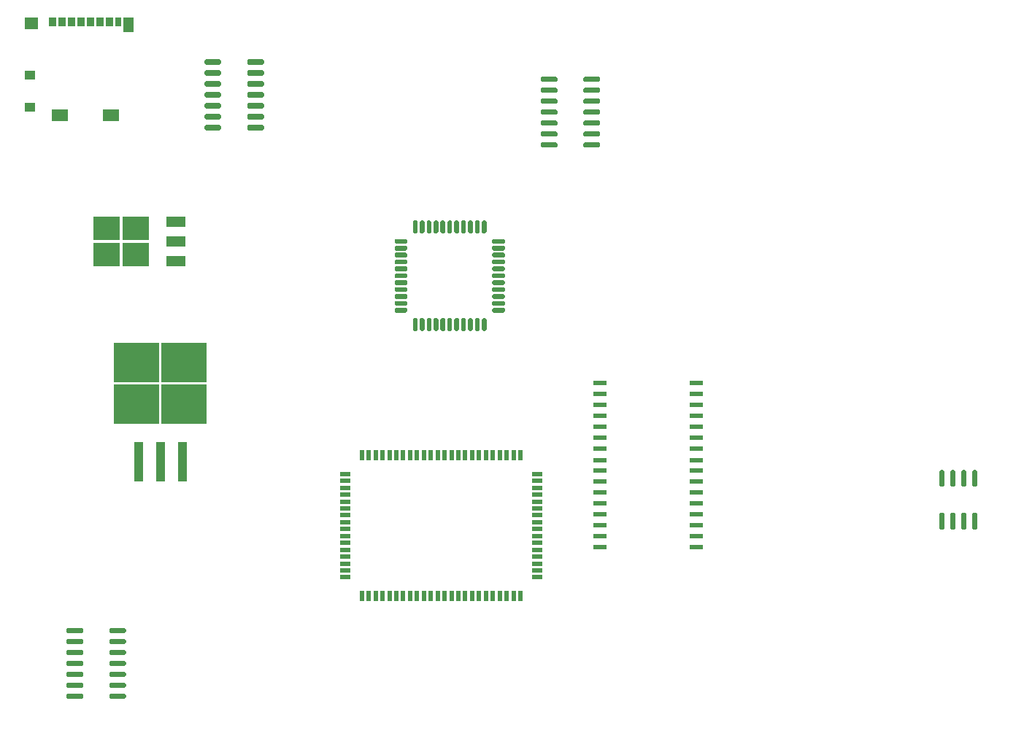
<source format=gtp>
G04 #@! TF.GenerationSoftware,KiCad,Pcbnew,(5.1.10)-1*
G04 #@! TF.CreationDate,2022-05-28T18:59:37-05:00*
G04 #@! TF.ProjectId,z80vga,7a383076-6761-42e6-9b69-6361645f7063,rev?*
G04 #@! TF.SameCoordinates,Original*
G04 #@! TF.FileFunction,Paste,Top*
G04 #@! TF.FilePolarity,Positive*
%FSLAX46Y46*%
G04 Gerber Fmt 4.6, Leading zero omitted, Abs format (unit mm)*
G04 Created by KiCad (PCBNEW (5.1.10)-1) date 2022-05-28 18:59:37*
%MOMM*%
%LPD*%
G01*
G04 APERTURE LIST*
%ADD10R,3.050000X2.750000*%
%ADD11R,2.200000X1.200000*%
%ADD12R,1.100000X4.600000*%
%ADD13R,5.250000X4.550000*%
%ADD14R,1.900000X1.350000*%
%ADD15R,1.200000X1.000000*%
%ADD16R,1.550000X1.350000*%
%ADD17R,1.170000X1.800000*%
%ADD18R,0.850000X1.100000*%
%ADD19R,0.750000X1.100000*%
%ADD20R,1.600000X0.600000*%
%ADD21R,1.300000X0.500000*%
%ADD22R,0.500000X1.300000*%
G04 APERTURE END LIST*
D10*
X55575000Y-56475000D03*
X52225000Y-59525000D03*
X55575000Y-59525000D03*
X52225000Y-56475000D03*
D11*
X60200000Y-55720000D03*
X60200000Y-58000000D03*
X60200000Y-60280000D03*
D12*
X55880000Y-83625000D03*
X58420000Y-83625000D03*
X60960000Y-83625000D03*
D13*
X61195000Y-72050000D03*
X55645000Y-76900000D03*
X55645000Y-72050000D03*
X61195000Y-76900000D03*
G36*
G01*
X149245000Y-86500000D02*
X148945000Y-86500000D01*
G75*
G02*
X148795000Y-86350000I0J150000D01*
G01*
X148795000Y-84700000D01*
G75*
G02*
X148945000Y-84550000I150000J0D01*
G01*
X149245000Y-84550000D01*
G75*
G02*
X149395000Y-84700000I0J-150000D01*
G01*
X149395000Y-86350000D01*
G75*
G02*
X149245000Y-86500000I-150000J0D01*
G01*
G37*
G36*
G01*
X150515000Y-86500000D02*
X150215000Y-86500000D01*
G75*
G02*
X150065000Y-86350000I0J150000D01*
G01*
X150065000Y-84700000D01*
G75*
G02*
X150215000Y-84550000I150000J0D01*
G01*
X150515000Y-84550000D01*
G75*
G02*
X150665000Y-84700000I0J-150000D01*
G01*
X150665000Y-86350000D01*
G75*
G02*
X150515000Y-86500000I-150000J0D01*
G01*
G37*
G36*
G01*
X151785000Y-86500000D02*
X151485000Y-86500000D01*
G75*
G02*
X151335000Y-86350000I0J150000D01*
G01*
X151335000Y-84700000D01*
G75*
G02*
X151485000Y-84550000I150000J0D01*
G01*
X151785000Y-84550000D01*
G75*
G02*
X151935000Y-84700000I0J-150000D01*
G01*
X151935000Y-86350000D01*
G75*
G02*
X151785000Y-86500000I-150000J0D01*
G01*
G37*
G36*
G01*
X153055000Y-86500000D02*
X152755000Y-86500000D01*
G75*
G02*
X152605000Y-86350000I0J150000D01*
G01*
X152605000Y-84700000D01*
G75*
G02*
X152755000Y-84550000I150000J0D01*
G01*
X153055000Y-84550000D01*
G75*
G02*
X153205000Y-84700000I0J-150000D01*
G01*
X153205000Y-86350000D01*
G75*
G02*
X153055000Y-86500000I-150000J0D01*
G01*
G37*
G36*
G01*
X153055000Y-91450000D02*
X152755000Y-91450000D01*
G75*
G02*
X152605000Y-91300000I0J150000D01*
G01*
X152605000Y-89650000D01*
G75*
G02*
X152755000Y-89500000I150000J0D01*
G01*
X153055000Y-89500000D01*
G75*
G02*
X153205000Y-89650000I0J-150000D01*
G01*
X153205000Y-91300000D01*
G75*
G02*
X153055000Y-91450000I-150000J0D01*
G01*
G37*
G36*
G01*
X151785000Y-91450000D02*
X151485000Y-91450000D01*
G75*
G02*
X151335000Y-91300000I0J150000D01*
G01*
X151335000Y-89650000D01*
G75*
G02*
X151485000Y-89500000I150000J0D01*
G01*
X151785000Y-89500000D01*
G75*
G02*
X151935000Y-89650000I0J-150000D01*
G01*
X151935000Y-91300000D01*
G75*
G02*
X151785000Y-91450000I-150000J0D01*
G01*
G37*
G36*
G01*
X150515000Y-91450000D02*
X150215000Y-91450000D01*
G75*
G02*
X150065000Y-91300000I0J150000D01*
G01*
X150065000Y-89650000D01*
G75*
G02*
X150215000Y-89500000I150000J0D01*
G01*
X150515000Y-89500000D01*
G75*
G02*
X150665000Y-89650000I0J-150000D01*
G01*
X150665000Y-91300000D01*
G75*
G02*
X150515000Y-91450000I-150000J0D01*
G01*
G37*
G36*
G01*
X149245000Y-91450000D02*
X148945000Y-91450000D01*
G75*
G02*
X148795000Y-91300000I0J150000D01*
G01*
X148795000Y-89650000D01*
G75*
G02*
X148945000Y-89500000I150000J0D01*
G01*
X149245000Y-89500000D01*
G75*
G02*
X149395000Y-89650000I0J-150000D01*
G01*
X149395000Y-91300000D01*
G75*
G02*
X149245000Y-91450000I-150000J0D01*
G01*
G37*
G36*
G01*
X68500000Y-37340000D02*
X68500000Y-37040000D01*
G75*
G02*
X68650000Y-36890000I150000J0D01*
G01*
X70300000Y-36890000D01*
G75*
G02*
X70450000Y-37040000I0J-150000D01*
G01*
X70450000Y-37340000D01*
G75*
G02*
X70300000Y-37490000I-150000J0D01*
G01*
X68650000Y-37490000D01*
G75*
G02*
X68500000Y-37340000I0J150000D01*
G01*
G37*
G36*
G01*
X68500000Y-38610000D02*
X68500000Y-38310000D01*
G75*
G02*
X68650000Y-38160000I150000J0D01*
G01*
X70300000Y-38160000D01*
G75*
G02*
X70450000Y-38310000I0J-150000D01*
G01*
X70450000Y-38610000D01*
G75*
G02*
X70300000Y-38760000I-150000J0D01*
G01*
X68650000Y-38760000D01*
G75*
G02*
X68500000Y-38610000I0J150000D01*
G01*
G37*
G36*
G01*
X68500000Y-39880000D02*
X68500000Y-39580000D01*
G75*
G02*
X68650000Y-39430000I150000J0D01*
G01*
X70300000Y-39430000D01*
G75*
G02*
X70450000Y-39580000I0J-150000D01*
G01*
X70450000Y-39880000D01*
G75*
G02*
X70300000Y-40030000I-150000J0D01*
G01*
X68650000Y-40030000D01*
G75*
G02*
X68500000Y-39880000I0J150000D01*
G01*
G37*
G36*
G01*
X68500000Y-41150000D02*
X68500000Y-40850000D01*
G75*
G02*
X68650000Y-40700000I150000J0D01*
G01*
X70300000Y-40700000D01*
G75*
G02*
X70450000Y-40850000I0J-150000D01*
G01*
X70450000Y-41150000D01*
G75*
G02*
X70300000Y-41300000I-150000J0D01*
G01*
X68650000Y-41300000D01*
G75*
G02*
X68500000Y-41150000I0J150000D01*
G01*
G37*
G36*
G01*
X68500000Y-42420000D02*
X68500000Y-42120000D01*
G75*
G02*
X68650000Y-41970000I150000J0D01*
G01*
X70300000Y-41970000D01*
G75*
G02*
X70450000Y-42120000I0J-150000D01*
G01*
X70450000Y-42420000D01*
G75*
G02*
X70300000Y-42570000I-150000J0D01*
G01*
X68650000Y-42570000D01*
G75*
G02*
X68500000Y-42420000I0J150000D01*
G01*
G37*
G36*
G01*
X68500000Y-43690000D02*
X68500000Y-43390000D01*
G75*
G02*
X68650000Y-43240000I150000J0D01*
G01*
X70300000Y-43240000D01*
G75*
G02*
X70450000Y-43390000I0J-150000D01*
G01*
X70450000Y-43690000D01*
G75*
G02*
X70300000Y-43840000I-150000J0D01*
G01*
X68650000Y-43840000D01*
G75*
G02*
X68500000Y-43690000I0J150000D01*
G01*
G37*
G36*
G01*
X68500000Y-44960000D02*
X68500000Y-44660000D01*
G75*
G02*
X68650000Y-44510000I150000J0D01*
G01*
X70300000Y-44510000D01*
G75*
G02*
X70450000Y-44660000I0J-150000D01*
G01*
X70450000Y-44960000D01*
G75*
G02*
X70300000Y-45110000I-150000J0D01*
G01*
X68650000Y-45110000D01*
G75*
G02*
X68500000Y-44960000I0J150000D01*
G01*
G37*
G36*
G01*
X63550000Y-44960000D02*
X63550000Y-44660000D01*
G75*
G02*
X63700000Y-44510000I150000J0D01*
G01*
X65350000Y-44510000D01*
G75*
G02*
X65500000Y-44660000I0J-150000D01*
G01*
X65500000Y-44960000D01*
G75*
G02*
X65350000Y-45110000I-150000J0D01*
G01*
X63700000Y-45110000D01*
G75*
G02*
X63550000Y-44960000I0J150000D01*
G01*
G37*
G36*
G01*
X63550000Y-43690000D02*
X63550000Y-43390000D01*
G75*
G02*
X63700000Y-43240000I150000J0D01*
G01*
X65350000Y-43240000D01*
G75*
G02*
X65500000Y-43390000I0J-150000D01*
G01*
X65500000Y-43690000D01*
G75*
G02*
X65350000Y-43840000I-150000J0D01*
G01*
X63700000Y-43840000D01*
G75*
G02*
X63550000Y-43690000I0J150000D01*
G01*
G37*
G36*
G01*
X63550000Y-42420000D02*
X63550000Y-42120000D01*
G75*
G02*
X63700000Y-41970000I150000J0D01*
G01*
X65350000Y-41970000D01*
G75*
G02*
X65500000Y-42120000I0J-150000D01*
G01*
X65500000Y-42420000D01*
G75*
G02*
X65350000Y-42570000I-150000J0D01*
G01*
X63700000Y-42570000D01*
G75*
G02*
X63550000Y-42420000I0J150000D01*
G01*
G37*
G36*
G01*
X63550000Y-41150000D02*
X63550000Y-40850000D01*
G75*
G02*
X63700000Y-40700000I150000J0D01*
G01*
X65350000Y-40700000D01*
G75*
G02*
X65500000Y-40850000I0J-150000D01*
G01*
X65500000Y-41150000D01*
G75*
G02*
X65350000Y-41300000I-150000J0D01*
G01*
X63700000Y-41300000D01*
G75*
G02*
X63550000Y-41150000I0J150000D01*
G01*
G37*
G36*
G01*
X63550000Y-39880000D02*
X63550000Y-39580000D01*
G75*
G02*
X63700000Y-39430000I150000J0D01*
G01*
X65350000Y-39430000D01*
G75*
G02*
X65500000Y-39580000I0J-150000D01*
G01*
X65500000Y-39880000D01*
G75*
G02*
X65350000Y-40030000I-150000J0D01*
G01*
X63700000Y-40030000D01*
G75*
G02*
X63550000Y-39880000I0J150000D01*
G01*
G37*
G36*
G01*
X63550000Y-38610000D02*
X63550000Y-38310000D01*
G75*
G02*
X63700000Y-38160000I150000J0D01*
G01*
X65350000Y-38160000D01*
G75*
G02*
X65500000Y-38310000I0J-150000D01*
G01*
X65500000Y-38610000D01*
G75*
G02*
X65350000Y-38760000I-150000J0D01*
G01*
X63700000Y-38760000D01*
G75*
G02*
X63550000Y-38610000I0J150000D01*
G01*
G37*
G36*
G01*
X63550000Y-37340000D02*
X63550000Y-37040000D01*
G75*
G02*
X63700000Y-36890000I150000J0D01*
G01*
X65350000Y-36890000D01*
G75*
G02*
X65500000Y-37040000I0J-150000D01*
G01*
X65500000Y-37340000D01*
G75*
G02*
X65350000Y-37490000I-150000J0D01*
G01*
X63700000Y-37490000D01*
G75*
G02*
X63550000Y-37340000I0J150000D01*
G01*
G37*
G36*
G01*
X107500000Y-39340000D02*
X107500000Y-39040000D01*
G75*
G02*
X107650000Y-38890000I150000J0D01*
G01*
X109300000Y-38890000D01*
G75*
G02*
X109450000Y-39040000I0J-150000D01*
G01*
X109450000Y-39340000D01*
G75*
G02*
X109300000Y-39490000I-150000J0D01*
G01*
X107650000Y-39490000D01*
G75*
G02*
X107500000Y-39340000I0J150000D01*
G01*
G37*
G36*
G01*
X107500000Y-40610000D02*
X107500000Y-40310000D01*
G75*
G02*
X107650000Y-40160000I150000J0D01*
G01*
X109300000Y-40160000D01*
G75*
G02*
X109450000Y-40310000I0J-150000D01*
G01*
X109450000Y-40610000D01*
G75*
G02*
X109300000Y-40760000I-150000J0D01*
G01*
X107650000Y-40760000D01*
G75*
G02*
X107500000Y-40610000I0J150000D01*
G01*
G37*
G36*
G01*
X107500000Y-41880000D02*
X107500000Y-41580000D01*
G75*
G02*
X107650000Y-41430000I150000J0D01*
G01*
X109300000Y-41430000D01*
G75*
G02*
X109450000Y-41580000I0J-150000D01*
G01*
X109450000Y-41880000D01*
G75*
G02*
X109300000Y-42030000I-150000J0D01*
G01*
X107650000Y-42030000D01*
G75*
G02*
X107500000Y-41880000I0J150000D01*
G01*
G37*
G36*
G01*
X107500000Y-43150000D02*
X107500000Y-42850000D01*
G75*
G02*
X107650000Y-42700000I150000J0D01*
G01*
X109300000Y-42700000D01*
G75*
G02*
X109450000Y-42850000I0J-150000D01*
G01*
X109450000Y-43150000D01*
G75*
G02*
X109300000Y-43300000I-150000J0D01*
G01*
X107650000Y-43300000D01*
G75*
G02*
X107500000Y-43150000I0J150000D01*
G01*
G37*
G36*
G01*
X107500000Y-44420000D02*
X107500000Y-44120000D01*
G75*
G02*
X107650000Y-43970000I150000J0D01*
G01*
X109300000Y-43970000D01*
G75*
G02*
X109450000Y-44120000I0J-150000D01*
G01*
X109450000Y-44420000D01*
G75*
G02*
X109300000Y-44570000I-150000J0D01*
G01*
X107650000Y-44570000D01*
G75*
G02*
X107500000Y-44420000I0J150000D01*
G01*
G37*
G36*
G01*
X107500000Y-45690000D02*
X107500000Y-45390000D01*
G75*
G02*
X107650000Y-45240000I150000J0D01*
G01*
X109300000Y-45240000D01*
G75*
G02*
X109450000Y-45390000I0J-150000D01*
G01*
X109450000Y-45690000D01*
G75*
G02*
X109300000Y-45840000I-150000J0D01*
G01*
X107650000Y-45840000D01*
G75*
G02*
X107500000Y-45690000I0J150000D01*
G01*
G37*
G36*
G01*
X107500000Y-46960000D02*
X107500000Y-46660000D01*
G75*
G02*
X107650000Y-46510000I150000J0D01*
G01*
X109300000Y-46510000D01*
G75*
G02*
X109450000Y-46660000I0J-150000D01*
G01*
X109450000Y-46960000D01*
G75*
G02*
X109300000Y-47110000I-150000J0D01*
G01*
X107650000Y-47110000D01*
G75*
G02*
X107500000Y-46960000I0J150000D01*
G01*
G37*
G36*
G01*
X102550000Y-46960000D02*
X102550000Y-46660000D01*
G75*
G02*
X102700000Y-46510000I150000J0D01*
G01*
X104350000Y-46510000D01*
G75*
G02*
X104500000Y-46660000I0J-150000D01*
G01*
X104500000Y-46960000D01*
G75*
G02*
X104350000Y-47110000I-150000J0D01*
G01*
X102700000Y-47110000D01*
G75*
G02*
X102550000Y-46960000I0J150000D01*
G01*
G37*
G36*
G01*
X102550000Y-45690000D02*
X102550000Y-45390000D01*
G75*
G02*
X102700000Y-45240000I150000J0D01*
G01*
X104350000Y-45240000D01*
G75*
G02*
X104500000Y-45390000I0J-150000D01*
G01*
X104500000Y-45690000D01*
G75*
G02*
X104350000Y-45840000I-150000J0D01*
G01*
X102700000Y-45840000D01*
G75*
G02*
X102550000Y-45690000I0J150000D01*
G01*
G37*
G36*
G01*
X102550000Y-44420000D02*
X102550000Y-44120000D01*
G75*
G02*
X102700000Y-43970000I150000J0D01*
G01*
X104350000Y-43970000D01*
G75*
G02*
X104500000Y-44120000I0J-150000D01*
G01*
X104500000Y-44420000D01*
G75*
G02*
X104350000Y-44570000I-150000J0D01*
G01*
X102700000Y-44570000D01*
G75*
G02*
X102550000Y-44420000I0J150000D01*
G01*
G37*
G36*
G01*
X102550000Y-43150000D02*
X102550000Y-42850000D01*
G75*
G02*
X102700000Y-42700000I150000J0D01*
G01*
X104350000Y-42700000D01*
G75*
G02*
X104500000Y-42850000I0J-150000D01*
G01*
X104500000Y-43150000D01*
G75*
G02*
X104350000Y-43300000I-150000J0D01*
G01*
X102700000Y-43300000D01*
G75*
G02*
X102550000Y-43150000I0J150000D01*
G01*
G37*
G36*
G01*
X102550000Y-41880000D02*
X102550000Y-41580000D01*
G75*
G02*
X102700000Y-41430000I150000J0D01*
G01*
X104350000Y-41430000D01*
G75*
G02*
X104500000Y-41580000I0J-150000D01*
G01*
X104500000Y-41880000D01*
G75*
G02*
X104350000Y-42030000I-150000J0D01*
G01*
X102700000Y-42030000D01*
G75*
G02*
X102550000Y-41880000I0J150000D01*
G01*
G37*
G36*
G01*
X102550000Y-40610000D02*
X102550000Y-40310000D01*
G75*
G02*
X102700000Y-40160000I150000J0D01*
G01*
X104350000Y-40160000D01*
G75*
G02*
X104500000Y-40310000I0J-150000D01*
G01*
X104500000Y-40610000D01*
G75*
G02*
X104350000Y-40760000I-150000J0D01*
G01*
X102700000Y-40760000D01*
G75*
G02*
X102550000Y-40610000I0J150000D01*
G01*
G37*
G36*
G01*
X102550000Y-39340000D02*
X102550000Y-39040000D01*
G75*
G02*
X102700000Y-38890000I150000J0D01*
G01*
X104350000Y-38890000D01*
G75*
G02*
X104500000Y-39040000I0J-150000D01*
G01*
X104500000Y-39340000D01*
G75*
G02*
X104350000Y-39490000I-150000J0D01*
G01*
X102700000Y-39490000D01*
G75*
G02*
X102550000Y-39340000I0J150000D01*
G01*
G37*
G36*
G01*
X52500000Y-103340000D02*
X52500000Y-103040000D01*
G75*
G02*
X52650000Y-102890000I150000J0D01*
G01*
X54300000Y-102890000D01*
G75*
G02*
X54450000Y-103040000I0J-150000D01*
G01*
X54450000Y-103340000D01*
G75*
G02*
X54300000Y-103490000I-150000J0D01*
G01*
X52650000Y-103490000D01*
G75*
G02*
X52500000Y-103340000I0J150000D01*
G01*
G37*
G36*
G01*
X52500000Y-104610000D02*
X52500000Y-104310000D01*
G75*
G02*
X52650000Y-104160000I150000J0D01*
G01*
X54300000Y-104160000D01*
G75*
G02*
X54450000Y-104310000I0J-150000D01*
G01*
X54450000Y-104610000D01*
G75*
G02*
X54300000Y-104760000I-150000J0D01*
G01*
X52650000Y-104760000D01*
G75*
G02*
X52500000Y-104610000I0J150000D01*
G01*
G37*
G36*
G01*
X52500000Y-105880000D02*
X52500000Y-105580000D01*
G75*
G02*
X52650000Y-105430000I150000J0D01*
G01*
X54300000Y-105430000D01*
G75*
G02*
X54450000Y-105580000I0J-150000D01*
G01*
X54450000Y-105880000D01*
G75*
G02*
X54300000Y-106030000I-150000J0D01*
G01*
X52650000Y-106030000D01*
G75*
G02*
X52500000Y-105880000I0J150000D01*
G01*
G37*
G36*
G01*
X52500000Y-107150000D02*
X52500000Y-106850000D01*
G75*
G02*
X52650000Y-106700000I150000J0D01*
G01*
X54300000Y-106700000D01*
G75*
G02*
X54450000Y-106850000I0J-150000D01*
G01*
X54450000Y-107150000D01*
G75*
G02*
X54300000Y-107300000I-150000J0D01*
G01*
X52650000Y-107300000D01*
G75*
G02*
X52500000Y-107150000I0J150000D01*
G01*
G37*
G36*
G01*
X52500000Y-108420000D02*
X52500000Y-108120000D01*
G75*
G02*
X52650000Y-107970000I150000J0D01*
G01*
X54300000Y-107970000D01*
G75*
G02*
X54450000Y-108120000I0J-150000D01*
G01*
X54450000Y-108420000D01*
G75*
G02*
X54300000Y-108570000I-150000J0D01*
G01*
X52650000Y-108570000D01*
G75*
G02*
X52500000Y-108420000I0J150000D01*
G01*
G37*
G36*
G01*
X52500000Y-109690000D02*
X52500000Y-109390000D01*
G75*
G02*
X52650000Y-109240000I150000J0D01*
G01*
X54300000Y-109240000D01*
G75*
G02*
X54450000Y-109390000I0J-150000D01*
G01*
X54450000Y-109690000D01*
G75*
G02*
X54300000Y-109840000I-150000J0D01*
G01*
X52650000Y-109840000D01*
G75*
G02*
X52500000Y-109690000I0J150000D01*
G01*
G37*
G36*
G01*
X52500000Y-110960000D02*
X52500000Y-110660000D01*
G75*
G02*
X52650000Y-110510000I150000J0D01*
G01*
X54300000Y-110510000D01*
G75*
G02*
X54450000Y-110660000I0J-150000D01*
G01*
X54450000Y-110960000D01*
G75*
G02*
X54300000Y-111110000I-150000J0D01*
G01*
X52650000Y-111110000D01*
G75*
G02*
X52500000Y-110960000I0J150000D01*
G01*
G37*
G36*
G01*
X47550000Y-110960000D02*
X47550000Y-110660000D01*
G75*
G02*
X47700000Y-110510000I150000J0D01*
G01*
X49350000Y-110510000D01*
G75*
G02*
X49500000Y-110660000I0J-150000D01*
G01*
X49500000Y-110960000D01*
G75*
G02*
X49350000Y-111110000I-150000J0D01*
G01*
X47700000Y-111110000D01*
G75*
G02*
X47550000Y-110960000I0J150000D01*
G01*
G37*
G36*
G01*
X47550000Y-109690000D02*
X47550000Y-109390000D01*
G75*
G02*
X47700000Y-109240000I150000J0D01*
G01*
X49350000Y-109240000D01*
G75*
G02*
X49500000Y-109390000I0J-150000D01*
G01*
X49500000Y-109690000D01*
G75*
G02*
X49350000Y-109840000I-150000J0D01*
G01*
X47700000Y-109840000D01*
G75*
G02*
X47550000Y-109690000I0J150000D01*
G01*
G37*
G36*
G01*
X47550000Y-108420000D02*
X47550000Y-108120000D01*
G75*
G02*
X47700000Y-107970000I150000J0D01*
G01*
X49350000Y-107970000D01*
G75*
G02*
X49500000Y-108120000I0J-150000D01*
G01*
X49500000Y-108420000D01*
G75*
G02*
X49350000Y-108570000I-150000J0D01*
G01*
X47700000Y-108570000D01*
G75*
G02*
X47550000Y-108420000I0J150000D01*
G01*
G37*
G36*
G01*
X47550000Y-107150000D02*
X47550000Y-106850000D01*
G75*
G02*
X47700000Y-106700000I150000J0D01*
G01*
X49350000Y-106700000D01*
G75*
G02*
X49500000Y-106850000I0J-150000D01*
G01*
X49500000Y-107150000D01*
G75*
G02*
X49350000Y-107300000I-150000J0D01*
G01*
X47700000Y-107300000D01*
G75*
G02*
X47550000Y-107150000I0J150000D01*
G01*
G37*
G36*
G01*
X47550000Y-105880000D02*
X47550000Y-105580000D01*
G75*
G02*
X47700000Y-105430000I150000J0D01*
G01*
X49350000Y-105430000D01*
G75*
G02*
X49500000Y-105580000I0J-150000D01*
G01*
X49500000Y-105880000D01*
G75*
G02*
X49350000Y-106030000I-150000J0D01*
G01*
X47700000Y-106030000D01*
G75*
G02*
X47550000Y-105880000I0J150000D01*
G01*
G37*
G36*
G01*
X47550000Y-104610000D02*
X47550000Y-104310000D01*
G75*
G02*
X47700000Y-104160000I150000J0D01*
G01*
X49350000Y-104160000D01*
G75*
G02*
X49500000Y-104310000I0J-150000D01*
G01*
X49500000Y-104610000D01*
G75*
G02*
X49350000Y-104760000I-150000J0D01*
G01*
X47700000Y-104760000D01*
G75*
G02*
X47550000Y-104610000I0J150000D01*
G01*
G37*
G36*
G01*
X47550000Y-103340000D02*
X47550000Y-103040000D01*
G75*
G02*
X47700000Y-102890000I150000J0D01*
G01*
X49350000Y-102890000D01*
G75*
G02*
X49500000Y-103040000I0J-150000D01*
G01*
X49500000Y-103340000D01*
G75*
G02*
X49350000Y-103490000I-150000J0D01*
G01*
X47700000Y-103490000D01*
G75*
G02*
X47550000Y-103340000I0J150000D01*
G01*
G37*
D14*
X52730000Y-43375000D03*
X46760000Y-43375000D03*
D15*
X43260000Y-38700000D03*
X43260000Y-42400000D03*
D16*
X43435000Y-32675000D03*
D17*
X54755000Y-32900000D03*
D18*
X52495000Y-32550000D03*
X51395000Y-32550000D03*
X50295000Y-32550000D03*
X49195000Y-32550000D03*
X48095000Y-32550000D03*
X46995000Y-32550000D03*
D19*
X53545000Y-32550000D03*
D18*
X45895000Y-32550000D03*
D20*
X120600000Y-74475000D03*
X120600000Y-75745000D03*
X120600000Y-77015000D03*
X120600000Y-78285000D03*
X120600000Y-79555000D03*
X120600000Y-80825000D03*
X120600000Y-82095000D03*
X120600000Y-83375000D03*
X120600000Y-84625000D03*
X120600000Y-85905000D03*
X120600000Y-87175000D03*
X120600000Y-88445000D03*
X120600000Y-89715000D03*
X120600000Y-90985000D03*
X120600000Y-92255000D03*
X120600000Y-93525000D03*
X109400000Y-93525000D03*
X109400000Y-92255000D03*
X109400000Y-90985000D03*
X109400000Y-89715000D03*
X109400000Y-88445000D03*
X109400000Y-87175000D03*
X109400000Y-85905000D03*
X109400000Y-84625000D03*
X109400000Y-83375000D03*
X109400000Y-82095000D03*
X109400000Y-80825000D03*
X109400000Y-79555000D03*
X109400000Y-78285000D03*
X109400000Y-77015000D03*
X109400000Y-75745000D03*
X109400000Y-74475000D03*
G36*
G01*
X87725000Y-56937500D02*
X87725000Y-55737500D01*
G75*
G02*
X87862500Y-55600000I137500J0D01*
G01*
X88137500Y-55600000D01*
G75*
G02*
X88275000Y-55737500I0J-137500D01*
G01*
X88275000Y-56937500D01*
G75*
G02*
X88137500Y-57075000I-137500J0D01*
G01*
X87862500Y-57075000D01*
G75*
G02*
X87725000Y-56937500I0J137500D01*
G01*
G37*
G36*
G01*
X88525000Y-56937500D02*
X88525000Y-55737500D01*
G75*
G02*
X88662500Y-55600000I137500J0D01*
G01*
X88937500Y-55600000D01*
G75*
G02*
X89075000Y-55737500I0J-137500D01*
G01*
X89075000Y-56937500D01*
G75*
G02*
X88937500Y-57075000I-137500J0D01*
G01*
X88662500Y-57075000D01*
G75*
G02*
X88525000Y-56937500I0J137500D01*
G01*
G37*
G36*
G01*
X89325000Y-56937500D02*
X89325000Y-55737500D01*
G75*
G02*
X89462500Y-55600000I137500J0D01*
G01*
X89737500Y-55600000D01*
G75*
G02*
X89875000Y-55737500I0J-137500D01*
G01*
X89875000Y-56937500D01*
G75*
G02*
X89737500Y-57075000I-137500J0D01*
G01*
X89462500Y-57075000D01*
G75*
G02*
X89325000Y-56937500I0J137500D01*
G01*
G37*
G36*
G01*
X90125000Y-56937500D02*
X90125000Y-55737500D01*
G75*
G02*
X90262500Y-55600000I137500J0D01*
G01*
X90537500Y-55600000D01*
G75*
G02*
X90675000Y-55737500I0J-137500D01*
G01*
X90675000Y-56937500D01*
G75*
G02*
X90537500Y-57075000I-137500J0D01*
G01*
X90262500Y-57075000D01*
G75*
G02*
X90125000Y-56937500I0J137500D01*
G01*
G37*
G36*
G01*
X90925000Y-56937500D02*
X90925000Y-55737500D01*
G75*
G02*
X91062500Y-55600000I137500J0D01*
G01*
X91337500Y-55600000D01*
G75*
G02*
X91475000Y-55737500I0J-137500D01*
G01*
X91475000Y-56937500D01*
G75*
G02*
X91337500Y-57075000I-137500J0D01*
G01*
X91062500Y-57075000D01*
G75*
G02*
X90925000Y-56937500I0J137500D01*
G01*
G37*
G36*
G01*
X91725000Y-56937500D02*
X91725000Y-55737500D01*
G75*
G02*
X91862500Y-55600000I137500J0D01*
G01*
X92137500Y-55600000D01*
G75*
G02*
X92275000Y-55737500I0J-137500D01*
G01*
X92275000Y-56937500D01*
G75*
G02*
X92137500Y-57075000I-137500J0D01*
G01*
X91862500Y-57075000D01*
G75*
G02*
X91725000Y-56937500I0J137500D01*
G01*
G37*
G36*
G01*
X92525000Y-56937500D02*
X92525000Y-55737500D01*
G75*
G02*
X92662500Y-55600000I137500J0D01*
G01*
X92937500Y-55600000D01*
G75*
G02*
X93075000Y-55737500I0J-137500D01*
G01*
X93075000Y-56937500D01*
G75*
G02*
X92937500Y-57075000I-137500J0D01*
G01*
X92662500Y-57075000D01*
G75*
G02*
X92525000Y-56937500I0J137500D01*
G01*
G37*
G36*
G01*
X93325000Y-56937500D02*
X93325000Y-55737500D01*
G75*
G02*
X93462500Y-55600000I137500J0D01*
G01*
X93737500Y-55600000D01*
G75*
G02*
X93875000Y-55737500I0J-137500D01*
G01*
X93875000Y-56937500D01*
G75*
G02*
X93737500Y-57075000I-137500J0D01*
G01*
X93462500Y-57075000D01*
G75*
G02*
X93325000Y-56937500I0J137500D01*
G01*
G37*
G36*
G01*
X94125000Y-56937500D02*
X94125000Y-55737500D01*
G75*
G02*
X94262500Y-55600000I137500J0D01*
G01*
X94537500Y-55600000D01*
G75*
G02*
X94675000Y-55737500I0J-137500D01*
G01*
X94675000Y-56937500D01*
G75*
G02*
X94537500Y-57075000I-137500J0D01*
G01*
X94262500Y-57075000D01*
G75*
G02*
X94125000Y-56937500I0J137500D01*
G01*
G37*
G36*
G01*
X94925000Y-56937500D02*
X94925000Y-55737500D01*
G75*
G02*
X95062500Y-55600000I137500J0D01*
G01*
X95337500Y-55600000D01*
G75*
G02*
X95475000Y-55737500I0J-137500D01*
G01*
X95475000Y-56937500D01*
G75*
G02*
X95337500Y-57075000I-137500J0D01*
G01*
X95062500Y-57075000D01*
G75*
G02*
X94925000Y-56937500I0J137500D01*
G01*
G37*
G36*
G01*
X95725000Y-56937500D02*
X95725000Y-55737500D01*
G75*
G02*
X95862500Y-55600000I137500J0D01*
G01*
X96137500Y-55600000D01*
G75*
G02*
X96275000Y-55737500I0J-137500D01*
G01*
X96275000Y-56937500D01*
G75*
G02*
X96137500Y-57075000I-137500J0D01*
G01*
X95862500Y-57075000D01*
G75*
G02*
X95725000Y-56937500I0J137500D01*
G01*
G37*
G36*
G01*
X96925000Y-58137500D02*
X96925000Y-57862500D01*
G75*
G02*
X97062500Y-57725000I137500J0D01*
G01*
X98262500Y-57725000D01*
G75*
G02*
X98400000Y-57862500I0J-137500D01*
G01*
X98400000Y-58137500D01*
G75*
G02*
X98262500Y-58275000I-137500J0D01*
G01*
X97062500Y-58275000D01*
G75*
G02*
X96925000Y-58137500I0J137500D01*
G01*
G37*
G36*
G01*
X96925000Y-58937500D02*
X96925000Y-58662500D01*
G75*
G02*
X97062500Y-58525000I137500J0D01*
G01*
X98262500Y-58525000D01*
G75*
G02*
X98400000Y-58662500I0J-137500D01*
G01*
X98400000Y-58937500D01*
G75*
G02*
X98262500Y-59075000I-137500J0D01*
G01*
X97062500Y-59075000D01*
G75*
G02*
X96925000Y-58937500I0J137500D01*
G01*
G37*
G36*
G01*
X96925000Y-59737500D02*
X96925000Y-59462500D01*
G75*
G02*
X97062500Y-59325000I137500J0D01*
G01*
X98262500Y-59325000D01*
G75*
G02*
X98400000Y-59462500I0J-137500D01*
G01*
X98400000Y-59737500D01*
G75*
G02*
X98262500Y-59875000I-137500J0D01*
G01*
X97062500Y-59875000D01*
G75*
G02*
X96925000Y-59737500I0J137500D01*
G01*
G37*
G36*
G01*
X96925000Y-60537500D02*
X96925000Y-60262500D01*
G75*
G02*
X97062500Y-60125000I137500J0D01*
G01*
X98262500Y-60125000D01*
G75*
G02*
X98400000Y-60262500I0J-137500D01*
G01*
X98400000Y-60537500D01*
G75*
G02*
X98262500Y-60675000I-137500J0D01*
G01*
X97062500Y-60675000D01*
G75*
G02*
X96925000Y-60537500I0J137500D01*
G01*
G37*
G36*
G01*
X96925000Y-61337500D02*
X96925000Y-61062500D01*
G75*
G02*
X97062500Y-60925000I137500J0D01*
G01*
X98262500Y-60925000D01*
G75*
G02*
X98400000Y-61062500I0J-137500D01*
G01*
X98400000Y-61337500D01*
G75*
G02*
X98262500Y-61475000I-137500J0D01*
G01*
X97062500Y-61475000D01*
G75*
G02*
X96925000Y-61337500I0J137500D01*
G01*
G37*
G36*
G01*
X96925000Y-62137500D02*
X96925000Y-61862500D01*
G75*
G02*
X97062500Y-61725000I137500J0D01*
G01*
X98262500Y-61725000D01*
G75*
G02*
X98400000Y-61862500I0J-137500D01*
G01*
X98400000Y-62137500D01*
G75*
G02*
X98262500Y-62275000I-137500J0D01*
G01*
X97062500Y-62275000D01*
G75*
G02*
X96925000Y-62137500I0J137500D01*
G01*
G37*
G36*
G01*
X96925000Y-62937500D02*
X96925000Y-62662500D01*
G75*
G02*
X97062500Y-62525000I137500J0D01*
G01*
X98262500Y-62525000D01*
G75*
G02*
X98400000Y-62662500I0J-137500D01*
G01*
X98400000Y-62937500D01*
G75*
G02*
X98262500Y-63075000I-137500J0D01*
G01*
X97062500Y-63075000D01*
G75*
G02*
X96925000Y-62937500I0J137500D01*
G01*
G37*
G36*
G01*
X96925000Y-63737500D02*
X96925000Y-63462500D01*
G75*
G02*
X97062500Y-63325000I137500J0D01*
G01*
X98262500Y-63325000D01*
G75*
G02*
X98400000Y-63462500I0J-137500D01*
G01*
X98400000Y-63737500D01*
G75*
G02*
X98262500Y-63875000I-137500J0D01*
G01*
X97062500Y-63875000D01*
G75*
G02*
X96925000Y-63737500I0J137500D01*
G01*
G37*
G36*
G01*
X96925000Y-64537500D02*
X96925000Y-64262500D01*
G75*
G02*
X97062500Y-64125000I137500J0D01*
G01*
X98262500Y-64125000D01*
G75*
G02*
X98400000Y-64262500I0J-137500D01*
G01*
X98400000Y-64537500D01*
G75*
G02*
X98262500Y-64675000I-137500J0D01*
G01*
X97062500Y-64675000D01*
G75*
G02*
X96925000Y-64537500I0J137500D01*
G01*
G37*
G36*
G01*
X96925000Y-65337500D02*
X96925000Y-65062500D01*
G75*
G02*
X97062500Y-64925000I137500J0D01*
G01*
X98262500Y-64925000D01*
G75*
G02*
X98400000Y-65062500I0J-137500D01*
G01*
X98400000Y-65337500D01*
G75*
G02*
X98262500Y-65475000I-137500J0D01*
G01*
X97062500Y-65475000D01*
G75*
G02*
X96925000Y-65337500I0J137500D01*
G01*
G37*
G36*
G01*
X96925000Y-66137500D02*
X96925000Y-65862500D01*
G75*
G02*
X97062500Y-65725000I137500J0D01*
G01*
X98262500Y-65725000D01*
G75*
G02*
X98400000Y-65862500I0J-137500D01*
G01*
X98400000Y-66137500D01*
G75*
G02*
X98262500Y-66275000I-137500J0D01*
G01*
X97062500Y-66275000D01*
G75*
G02*
X96925000Y-66137500I0J137500D01*
G01*
G37*
G36*
G01*
X95725000Y-68262500D02*
X95725000Y-67062500D01*
G75*
G02*
X95862500Y-66925000I137500J0D01*
G01*
X96137500Y-66925000D01*
G75*
G02*
X96275000Y-67062500I0J-137500D01*
G01*
X96275000Y-68262500D01*
G75*
G02*
X96137500Y-68400000I-137500J0D01*
G01*
X95862500Y-68400000D01*
G75*
G02*
X95725000Y-68262500I0J137500D01*
G01*
G37*
G36*
G01*
X94925000Y-68262500D02*
X94925000Y-67062500D01*
G75*
G02*
X95062500Y-66925000I137500J0D01*
G01*
X95337500Y-66925000D01*
G75*
G02*
X95475000Y-67062500I0J-137500D01*
G01*
X95475000Y-68262500D01*
G75*
G02*
X95337500Y-68400000I-137500J0D01*
G01*
X95062500Y-68400000D01*
G75*
G02*
X94925000Y-68262500I0J137500D01*
G01*
G37*
G36*
G01*
X94125000Y-68262500D02*
X94125000Y-67062500D01*
G75*
G02*
X94262500Y-66925000I137500J0D01*
G01*
X94537500Y-66925000D01*
G75*
G02*
X94675000Y-67062500I0J-137500D01*
G01*
X94675000Y-68262500D01*
G75*
G02*
X94537500Y-68400000I-137500J0D01*
G01*
X94262500Y-68400000D01*
G75*
G02*
X94125000Y-68262500I0J137500D01*
G01*
G37*
G36*
G01*
X93325000Y-68262500D02*
X93325000Y-67062500D01*
G75*
G02*
X93462500Y-66925000I137500J0D01*
G01*
X93737500Y-66925000D01*
G75*
G02*
X93875000Y-67062500I0J-137500D01*
G01*
X93875000Y-68262500D01*
G75*
G02*
X93737500Y-68400000I-137500J0D01*
G01*
X93462500Y-68400000D01*
G75*
G02*
X93325000Y-68262500I0J137500D01*
G01*
G37*
G36*
G01*
X92525000Y-68262500D02*
X92525000Y-67062500D01*
G75*
G02*
X92662500Y-66925000I137500J0D01*
G01*
X92937500Y-66925000D01*
G75*
G02*
X93075000Y-67062500I0J-137500D01*
G01*
X93075000Y-68262500D01*
G75*
G02*
X92937500Y-68400000I-137500J0D01*
G01*
X92662500Y-68400000D01*
G75*
G02*
X92525000Y-68262500I0J137500D01*
G01*
G37*
G36*
G01*
X91725000Y-68262500D02*
X91725000Y-67062500D01*
G75*
G02*
X91862500Y-66925000I137500J0D01*
G01*
X92137500Y-66925000D01*
G75*
G02*
X92275000Y-67062500I0J-137500D01*
G01*
X92275000Y-68262500D01*
G75*
G02*
X92137500Y-68400000I-137500J0D01*
G01*
X91862500Y-68400000D01*
G75*
G02*
X91725000Y-68262500I0J137500D01*
G01*
G37*
G36*
G01*
X90925000Y-68262500D02*
X90925000Y-67062500D01*
G75*
G02*
X91062500Y-66925000I137500J0D01*
G01*
X91337500Y-66925000D01*
G75*
G02*
X91475000Y-67062500I0J-137500D01*
G01*
X91475000Y-68262500D01*
G75*
G02*
X91337500Y-68400000I-137500J0D01*
G01*
X91062500Y-68400000D01*
G75*
G02*
X90925000Y-68262500I0J137500D01*
G01*
G37*
G36*
G01*
X90125000Y-68262500D02*
X90125000Y-67062500D01*
G75*
G02*
X90262500Y-66925000I137500J0D01*
G01*
X90537500Y-66925000D01*
G75*
G02*
X90675000Y-67062500I0J-137500D01*
G01*
X90675000Y-68262500D01*
G75*
G02*
X90537500Y-68400000I-137500J0D01*
G01*
X90262500Y-68400000D01*
G75*
G02*
X90125000Y-68262500I0J137500D01*
G01*
G37*
G36*
G01*
X89325000Y-68262500D02*
X89325000Y-67062500D01*
G75*
G02*
X89462500Y-66925000I137500J0D01*
G01*
X89737500Y-66925000D01*
G75*
G02*
X89875000Y-67062500I0J-137500D01*
G01*
X89875000Y-68262500D01*
G75*
G02*
X89737500Y-68400000I-137500J0D01*
G01*
X89462500Y-68400000D01*
G75*
G02*
X89325000Y-68262500I0J137500D01*
G01*
G37*
G36*
G01*
X88525000Y-68262500D02*
X88525000Y-67062500D01*
G75*
G02*
X88662500Y-66925000I137500J0D01*
G01*
X88937500Y-66925000D01*
G75*
G02*
X89075000Y-67062500I0J-137500D01*
G01*
X89075000Y-68262500D01*
G75*
G02*
X88937500Y-68400000I-137500J0D01*
G01*
X88662500Y-68400000D01*
G75*
G02*
X88525000Y-68262500I0J137500D01*
G01*
G37*
G36*
G01*
X87725000Y-68262500D02*
X87725000Y-67062500D01*
G75*
G02*
X87862500Y-66925000I137500J0D01*
G01*
X88137500Y-66925000D01*
G75*
G02*
X88275000Y-67062500I0J-137500D01*
G01*
X88275000Y-68262500D01*
G75*
G02*
X88137500Y-68400000I-137500J0D01*
G01*
X87862500Y-68400000D01*
G75*
G02*
X87725000Y-68262500I0J137500D01*
G01*
G37*
G36*
G01*
X85600000Y-66137500D02*
X85600000Y-65862500D01*
G75*
G02*
X85737500Y-65725000I137500J0D01*
G01*
X86937500Y-65725000D01*
G75*
G02*
X87075000Y-65862500I0J-137500D01*
G01*
X87075000Y-66137500D01*
G75*
G02*
X86937500Y-66275000I-137500J0D01*
G01*
X85737500Y-66275000D01*
G75*
G02*
X85600000Y-66137500I0J137500D01*
G01*
G37*
G36*
G01*
X85600000Y-65337500D02*
X85600000Y-65062500D01*
G75*
G02*
X85737500Y-64925000I137500J0D01*
G01*
X86937500Y-64925000D01*
G75*
G02*
X87075000Y-65062500I0J-137500D01*
G01*
X87075000Y-65337500D01*
G75*
G02*
X86937500Y-65475000I-137500J0D01*
G01*
X85737500Y-65475000D01*
G75*
G02*
X85600000Y-65337500I0J137500D01*
G01*
G37*
G36*
G01*
X85600000Y-64537500D02*
X85600000Y-64262500D01*
G75*
G02*
X85737500Y-64125000I137500J0D01*
G01*
X86937500Y-64125000D01*
G75*
G02*
X87075000Y-64262500I0J-137500D01*
G01*
X87075000Y-64537500D01*
G75*
G02*
X86937500Y-64675000I-137500J0D01*
G01*
X85737500Y-64675000D01*
G75*
G02*
X85600000Y-64537500I0J137500D01*
G01*
G37*
G36*
G01*
X85600000Y-63737500D02*
X85600000Y-63462500D01*
G75*
G02*
X85737500Y-63325000I137500J0D01*
G01*
X86937500Y-63325000D01*
G75*
G02*
X87075000Y-63462500I0J-137500D01*
G01*
X87075000Y-63737500D01*
G75*
G02*
X86937500Y-63875000I-137500J0D01*
G01*
X85737500Y-63875000D01*
G75*
G02*
X85600000Y-63737500I0J137500D01*
G01*
G37*
G36*
G01*
X85600000Y-62937500D02*
X85600000Y-62662500D01*
G75*
G02*
X85737500Y-62525000I137500J0D01*
G01*
X86937500Y-62525000D01*
G75*
G02*
X87075000Y-62662500I0J-137500D01*
G01*
X87075000Y-62937500D01*
G75*
G02*
X86937500Y-63075000I-137500J0D01*
G01*
X85737500Y-63075000D01*
G75*
G02*
X85600000Y-62937500I0J137500D01*
G01*
G37*
G36*
G01*
X85600000Y-62137500D02*
X85600000Y-61862500D01*
G75*
G02*
X85737500Y-61725000I137500J0D01*
G01*
X86937500Y-61725000D01*
G75*
G02*
X87075000Y-61862500I0J-137500D01*
G01*
X87075000Y-62137500D01*
G75*
G02*
X86937500Y-62275000I-137500J0D01*
G01*
X85737500Y-62275000D01*
G75*
G02*
X85600000Y-62137500I0J137500D01*
G01*
G37*
G36*
G01*
X85600000Y-61337500D02*
X85600000Y-61062500D01*
G75*
G02*
X85737500Y-60925000I137500J0D01*
G01*
X86937500Y-60925000D01*
G75*
G02*
X87075000Y-61062500I0J-137500D01*
G01*
X87075000Y-61337500D01*
G75*
G02*
X86937500Y-61475000I-137500J0D01*
G01*
X85737500Y-61475000D01*
G75*
G02*
X85600000Y-61337500I0J137500D01*
G01*
G37*
G36*
G01*
X85600000Y-60537500D02*
X85600000Y-60262500D01*
G75*
G02*
X85737500Y-60125000I137500J0D01*
G01*
X86937500Y-60125000D01*
G75*
G02*
X87075000Y-60262500I0J-137500D01*
G01*
X87075000Y-60537500D01*
G75*
G02*
X86937500Y-60675000I-137500J0D01*
G01*
X85737500Y-60675000D01*
G75*
G02*
X85600000Y-60537500I0J137500D01*
G01*
G37*
G36*
G01*
X85600000Y-59737500D02*
X85600000Y-59462500D01*
G75*
G02*
X85737500Y-59325000I137500J0D01*
G01*
X86937500Y-59325000D01*
G75*
G02*
X87075000Y-59462500I0J-137500D01*
G01*
X87075000Y-59737500D01*
G75*
G02*
X86937500Y-59875000I-137500J0D01*
G01*
X85737500Y-59875000D01*
G75*
G02*
X85600000Y-59737500I0J137500D01*
G01*
G37*
G36*
G01*
X85600000Y-58937500D02*
X85600000Y-58662500D01*
G75*
G02*
X85737500Y-58525000I137500J0D01*
G01*
X86937500Y-58525000D01*
G75*
G02*
X87075000Y-58662500I0J-137500D01*
G01*
X87075000Y-58937500D01*
G75*
G02*
X86937500Y-59075000I-137500J0D01*
G01*
X85737500Y-59075000D01*
G75*
G02*
X85600000Y-58937500I0J137500D01*
G01*
G37*
G36*
G01*
X85600000Y-58137500D02*
X85600000Y-57862500D01*
G75*
G02*
X85737500Y-57725000I137500J0D01*
G01*
X86937500Y-57725000D01*
G75*
G02*
X87075000Y-57862500I0J-137500D01*
G01*
X87075000Y-58137500D01*
G75*
G02*
X86937500Y-58275000I-137500J0D01*
G01*
X85737500Y-58275000D01*
G75*
G02*
X85600000Y-58137500I0J137500D01*
G01*
G37*
D21*
X79850000Y-97000000D03*
X79850000Y-96200000D03*
X79850000Y-95400000D03*
X79850000Y-94600000D03*
X79850000Y-93800000D03*
X79850000Y-93000000D03*
X79850000Y-92200000D03*
X79850000Y-91400000D03*
X79850000Y-90600000D03*
X79850000Y-89800000D03*
X79850000Y-89000000D03*
X79850000Y-88200000D03*
X79850000Y-87400000D03*
X79850000Y-86600000D03*
X79850000Y-85800000D03*
X79850000Y-85000000D03*
D22*
X81800000Y-82850000D03*
X82600000Y-82850000D03*
X83400000Y-82850000D03*
X84200000Y-82850000D03*
X85000000Y-82850000D03*
X85800000Y-82850000D03*
X86600000Y-82850000D03*
X87400000Y-82850000D03*
X88200000Y-82850000D03*
X89000000Y-82850000D03*
X89800000Y-82850000D03*
X90600000Y-82850000D03*
X91400000Y-82850000D03*
X92200000Y-82850000D03*
X93000000Y-82850000D03*
X93800000Y-82850000D03*
X94600000Y-82850000D03*
X95400000Y-82850000D03*
X96200000Y-82850000D03*
X97000000Y-82850000D03*
X97800000Y-82850000D03*
X98600000Y-82850000D03*
X99400000Y-82850000D03*
X100200000Y-82850000D03*
D21*
X102150000Y-85000000D03*
X102150000Y-85800000D03*
X102150000Y-86600000D03*
X102150000Y-87400000D03*
X102150000Y-88200000D03*
X102150000Y-89000000D03*
X102150000Y-89800000D03*
X102150000Y-90600000D03*
X102150000Y-91400000D03*
X102150000Y-92200000D03*
X102150000Y-93000000D03*
X102150000Y-93800000D03*
X102150000Y-94600000D03*
X102150000Y-95400000D03*
X102150000Y-96200000D03*
X102150000Y-97000000D03*
D22*
X100200000Y-99150000D03*
X99400000Y-99150000D03*
X98600000Y-99150000D03*
X97800000Y-99150000D03*
X97000000Y-99150000D03*
X96200000Y-99150000D03*
X95400000Y-99150000D03*
X94600000Y-99150000D03*
X93800000Y-99150000D03*
X93000000Y-99150000D03*
X92200000Y-99150000D03*
X91400000Y-99150000D03*
X90600000Y-99150000D03*
X89800000Y-99150000D03*
X89000000Y-99150000D03*
X88200000Y-99150000D03*
X87400000Y-99150000D03*
X86600000Y-99150000D03*
X85800000Y-99150000D03*
X85000000Y-99150000D03*
X84200000Y-99150000D03*
X83400000Y-99150000D03*
X82600000Y-99150000D03*
X81800000Y-99150000D03*
M02*

</source>
